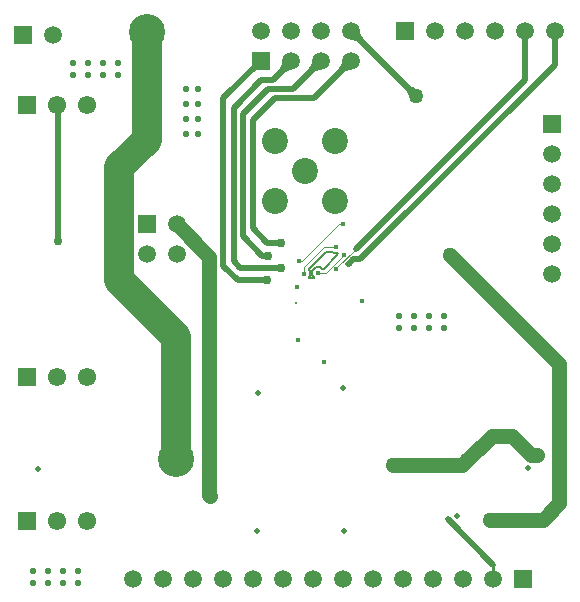
<source format=gbl>
%FSDAX24Y24*%
%MOIN*%
%SFA1B1*%

%IPPOS*%
%ADD13C,0.010000*%
%ADD17C,0.005000*%
%ADD50C,0.030000*%
%ADD56C,0.020000*%
%ADD57C,0.003000*%
%ADD58C,0.050000*%
%ADD59C,0.100000*%
%ADD60R,0.059100X0.059100*%
%ADD61C,0.059100*%
%ADD62C,0.086600*%
%ADD63R,0.059100X0.059100*%
%ADD64C,0.061000*%
%ADD65R,0.061000X0.061000*%
%ADD66C,0.020000*%
%ADD67C,0.050000*%
%ADD68C,0.015000*%
%ADD69C,0.022000*%
%ADD70C,0.009000*%
%ADD71C,0.120000*%
%LNee194_yesdig_pcb-1*%
%LPD*%
G54D17*
X038696Y037783D02*
X038723Y037783D01*
X038694Y037780*
X038663Y037776*
X038635Y037768*
X038608Y037759*
X038583Y037748*
X038556Y037734*
X038533Y037718*
X038511Y037700*
X038507Y037697*
X038399Y037804*
X038403Y037807*
X038420Y037831*
X038436Y037854*
X038450Y037879*
X038462Y037906*
X038470Y037933*
X038478Y037961*
X038483Y037990*
X038487Y038021*
Y037991*
X038696Y037783*
X038490Y037730D02*
X038550D01*
X038440Y037780D02*
X038700D01*
X038430Y037830D02*
X038640D01*
X038460Y037880D02*
X038590D01*
X038480Y037930D02*
X038540D01*
X038490Y037980D02*
D01*
X037696Y037783D02*
X037723Y037783D01*
X037694Y037780*
X037663Y037776*
X037635Y037768*
X037608Y037759*
X037583Y037748*
X037556Y037734*
X037533Y037718*
X037511Y037700*
X037507Y037697*
X037399Y037804*
X037403Y037807*
X037421Y037831*
X037436Y037855*
X037450Y037879*
X037462Y037906*
X037470Y037933*
X037478Y037961*
X037483Y037990*
X037487Y038021*
Y037991*
X037696Y037783*
X037490Y037730D02*
X037550D01*
X037440Y037780D02*
X037700D01*
X037430Y037830D02*
X037640D01*
X037460Y037880D02*
X037590D01*
X037480Y037930D02*
X037540D01*
X037490Y037980D02*
D01*
X036718Y037779D02*
X036746Y037782D01*
X036715Y037777*
X036687Y037770*
X036659Y037761*
X036631Y037750*
X036606Y037738*
X036581Y037724*
X036558Y037708*
X036535Y037689*
X036530Y037685*
X036413Y037783*
X036414Y037784*
X036433Y037808*
X036448Y037832*
X036461Y037857*
X036472Y037883*
X036480Y037910*
X036486Y037938*
X036490Y037968*
Y037998*
X036490Y037971*
X036718Y037779*
X036520Y037710D02*
X036550D01*
X036450Y037760D02*
X036650D01*
X036440Y037810D02*
X036680D01*
X036470Y037860D02*
X036620D01*
X036490Y037910D02*
X036560D01*
X036500Y037960D02*
D01*
X037370Y030840D02*
X037510D01*
X037410Y030890D02*
X037480D01*
X037410Y030940D02*
X037460D01*
X037410Y030990D02*
X037460D01*
X037400Y031040D02*
X037460D01*
X037360Y031090D02*
X037490D01*
X037390Y031140D02*
X037530D01*
X037800D02*
X037870D01*
X037440Y031190D02*
X037920D01*
X037490Y031240D02*
X037970D01*
X037540Y031290D02*
X038020D01*
X037590Y031340D02*
X038070D01*
X037640Y031390D02*
X038120D01*
X037690Y031440D02*
X038170D01*
X037740Y031490D02*
X038220D01*
X037790Y031540D02*
X038270D01*
X037840Y031590D02*
X038310D01*
X037890Y031640D02*
X038210D01*
X038990Y038720D02*
X039030D01*
X038890Y038770D02*
X039080D01*
X038870Y038820D02*
X039090D01*
X038920Y038870D02*
X039060D01*
X038970Y038920D02*
X039040D01*
X039020Y038970D02*
X039030D01*
X040650Y037060D02*
Y037100D01*
X040700Y036940D02*
Y037150D01*
X040750Y037010D02*
Y037170D01*
X040800Y037070D02*
Y037140D01*
X040850Y037120D02*
Y037110D01*
%LNee194_yesdig_pcb-2*%
%LPC*%
G36*
X028863Y039290D02*
Y038948D01*
X029205*
X029198Y039001*
X029158Y039097*
X029095Y039180*
X029012Y039243*
X028916Y039283*
X028863Y039290*
G37*
G36*
X028763D02*
X028709Y039283D01*
X028613Y039243*
X028531Y039180*
X028467Y039097*
X028428Y039001*
X028421Y038948*
X028763*
Y039290*
G37*
G36*
X040948Y039450D02*
X040157D01*
Y038660*
X040948*
Y039450*
G37*
G36*
X043553Y039454D02*
X043450Y039440D01*
X043353Y039400*
X043271Y039337*
X043207Y039254*
X043168Y039158*
X043154Y039055*
X043168Y038952*
X043207Y038856*
X043271Y038773*
X043353Y038710*
X043450Y038670*
X043553Y038656*
X043656Y038670*
X043752Y038710*
X043835Y038773*
X043898Y038856*
X043938Y038952*
X043951Y039055*
X043938Y039158*
X043898Y039254*
X043835Y039337*
X043752Y039400*
X043656Y039440*
X043553Y039454*
G37*
G36*
X042553D02*
X042450Y039440D01*
X042353Y039400*
X042271Y039337*
X042207Y039254*
X042168Y039158*
X042154Y039055*
X042168Y038952*
X042207Y038856*
X042271Y038773*
X042353Y038710*
X042450Y038670*
X042553Y038656*
X042656Y038670*
X042752Y038710*
X042835Y038773*
X042898Y038856*
X042938Y038952*
X042951Y039055*
X042938Y039158*
X042898Y039254*
X042835Y039337*
X042752Y039400*
X042656Y039440*
X042553Y039454*
G37*
G36*
X041553D02*
X041450Y039440D01*
X041353Y039400*
X041271Y039337*
X041207Y039254*
X041168Y039158*
X041154Y039055*
X041168Y038952*
X041207Y038856*
X041271Y038773*
X041353Y038710*
X041450Y038670*
X041553Y038656*
X041656Y038670*
X041752Y038710*
X041835Y038773*
X041898Y038856*
X041938Y038952*
X041951Y039055*
X041938Y039158*
X041898Y039254*
X041835Y039337*
X041752Y039400*
X041656Y039440*
X041553Y039454*
G37*
G36*
X037757D02*
X037654Y039440D01*
X037558Y039400*
X037476Y039337*
X037412Y039254*
X037372Y039158*
X037359Y039055*
X037372Y038952*
X037412Y038856*
X037476Y038773*
X037558Y038710*
X037654Y038670*
X037757Y038656*
X037861Y038670*
X037957Y038710*
X038039Y038773*
X038103Y038856*
X038143Y038952*
X038156Y039055*
X038143Y039158*
X038103Y039254*
X038039Y039337*
X037957Y039400*
X037861Y039440*
X037757Y039454*
G37*
G36*
X036757D02*
X036654Y039440D01*
X036558Y039400*
X036476Y039337*
X036412Y039254*
X036372Y039158*
X036359Y039055*
X036372Y038952*
X036412Y038856*
X036476Y038773*
X036558Y038710*
X036654Y038670*
X036757Y038656*
X036861Y038670*
X036957Y038710*
X037039Y038773*
X037103Y038856*
X037143Y038952*
X037156Y039055*
X037143Y039158*
X037103Y039254*
X037039Y039337*
X036957Y039400*
X036861Y039440*
X036757Y039454*
G37*
G36*
X035757D02*
X035654Y039440D01*
X035558Y039400*
X035476Y039337*
X035412Y039254*
X035372Y039158*
X035359Y039055*
X035372Y038952*
X035412Y038856*
X035476Y038773*
X035558Y038710*
X035654Y038670*
X035757Y038656*
X035861Y038670*
X035957Y038710*
X036039Y038773*
X036103Y038856*
X036143Y038952*
X036156Y039055*
X036143Y039158*
X036103Y039254*
X036039Y039337*
X035957Y039400*
X035861Y039440*
X035757Y039454*
G37*
G36*
X029205Y038848D02*
X028863D01*
Y038506*
X028916Y038513*
X029012Y038552*
X029095Y038616*
X029158Y038698*
X029198Y038794*
X029205Y038848*
G37*
G36*
X028763D02*
X028421D01*
X028428Y038794*
X028467Y038698*
X028531Y038616*
X028613Y038552*
X028709Y038513*
X028763Y038506*
Y038848*
G37*
G36*
X028208Y039293D02*
X027417D01*
Y038502*
X028208*
Y039293*
G37*
G36*
X031034Y038188D02*
Y038034D01*
X031188*
X031182Y038066*
X031135Y038135*
X031066Y038182*
X031034Y038188*
G37*
G36*
X030934D02*
X030902Y038182D01*
X030833Y038135*
X030786Y038066*
X030780Y038034*
X030934*
Y038188*
G37*
G36*
X030534D02*
Y038034D01*
X030688*
X030682Y038066*
X030635Y038135*
X030566Y038182*
X030534Y038188*
G37*
G36*
X030434D02*
X030402Y038182D01*
X030333Y038135*
X030286Y038066*
X030280Y038034*
X030434*
Y038188*
G37*
G36*
X030034D02*
Y038034D01*
X030188*
X030182Y038066*
X030135Y038135*
X030066Y038182*
X030034Y038188*
G37*
G36*
X029934D02*
X029902Y038182D01*
X029833Y038135*
X029786Y038066*
X029780Y038034*
X029934*
Y038188*
G37*
G36*
X029534D02*
Y038034D01*
X029688*
X029682Y038066*
X029635Y038135*
X029566Y038182*
X029534Y038188*
G37*
G36*
X029434D02*
X029402Y038182D01*
X029333Y038135*
X029286Y038066*
X029280Y038034*
X029434*
Y038188*
G37*
G36*
X031188Y037934D02*
X030780D01*
X030786Y037902*
X030833Y037833*
X030861Y037814*
Y037753*
X030842Y037740*
X030795Y037671*
X030789Y037639*
X031197*
X031191Y037671*
X031144Y037740*
X031116Y037759*
Y037820*
X031135Y037833*
X031182Y037902*
X031188Y037934*
G37*
G36*
X030688D02*
X030280D01*
X030286Y037902*
X030333Y037833*
X030361Y037814*
Y037753*
X030342Y037740*
X030295Y037671*
X030289Y037639*
X030697*
X030691Y037671*
X030644Y037740*
X030616Y037759*
Y037820*
X030635Y037833*
X030682Y037902*
X030688Y037934*
G37*
G36*
X030188D02*
X029780D01*
X029786Y037902*
X029833Y037833*
X029861Y037814*
Y037753*
X029842Y037740*
X029795Y037671*
X029789Y037639*
X030197*
X030191Y037671*
X030144Y037740*
X030116Y037759*
Y037820*
X030135Y037833*
X030182Y037902*
X030188Y037934*
G37*
G36*
X029688D02*
X029280D01*
X029286Y037902*
X029333Y037833*
X029361Y037814*
Y037753*
X029342Y037740*
X029295Y037671*
X029289Y037639*
X029697*
X029691Y037671*
X029644Y037740*
X029616Y037759*
Y037820*
X029635Y037833*
X029682Y037902*
X029688Y037934*
G37*
G36*
X045553Y039454D02*
X045450Y039440D01*
X045353Y039400*
X045271Y039337*
X045207Y039254*
X045168Y039158*
X045154Y039055*
X045168Y038952*
X045207Y038856*
X045271Y038773*
X045279Y038767*
X045290Y038755*
X045303Y038739*
X045315Y038723*
X045325Y038707*
X045333Y038690*
X045339Y038673*
X045344Y038656*
X045348Y038638*
X045349Y038629*
Y038011*
X044803Y037465*
X044757Y037484*
Y038629*
X044758Y038638*
X044761Y038656*
X044766Y038673*
X044773Y038690*
X044781Y038707*
X044791Y038723*
X044802Y038739*
X044815Y038755*
X044827Y038767*
X044835Y038773*
X044898Y038856*
X044938Y038952*
X044951Y039055*
X044938Y039158*
X044898Y039254*
X044835Y039337*
X044752Y039400*
X044656Y039440*
X044553Y039454*
X044450Y039440*
X044353Y039400*
X044271Y039337*
X044207Y039254*
X044168Y039158*
X044154Y039055*
X044168Y038952*
X044207Y038856*
X044271Y038773*
X044279Y038767*
X044290Y038755*
X044303Y038739*
X044315Y038723*
X044325Y038707*
X044333Y038690*
X044339Y038673*
X044344Y038656*
X044348Y038638*
X044349Y038629*
Y037496*
X038781Y031928*
X038763Y031916*
X038719Y031850*
X038703Y031772*
X038710Y031735*
X038671Y031696*
X038634Y031699*
X038576Y031738*
X038508Y031751*
X038469Y031744*
X038461Y031749*
X038430Y031787*
X038440Y031837*
X038427Y031905*
X038388Y031963*
X038330Y032002*
X038262Y032015*
X038194Y032002*
X038136Y031963*
X038132Y031958*
X038128Y031954*
X037933*
X037914Y032000*
X038383Y032469*
X038408Y032453*
X038476Y032440*
X038544Y032453*
X038602Y032492*
X038641Y032550*
X038654Y032618*
X038641Y032686*
X038602Y032744*
X038544Y032783*
X038476Y032796*
X038408Y032783*
X038350Y032744*
X038340Y032730*
X038321Y032726*
X038283Y032701*
X037113Y031531*
X037084Y031550*
X037016Y031563*
X036948Y031550*
X036890Y031511*
X036851Y031453*
X036838Y031385*
X036851Y031317*
X036890Y031259*
X036948Y031220*
X037016Y031207*
X037039Y031211*
X037082Y031169*
Y031096*
X037079Y031092*
X037073Y031088*
X037034Y031030*
X037021Y030962*
X037034Y030894*
X037073Y030836*
X037131Y030797*
X037199Y030784*
X037267Y030797*
X037277Y030804*
X037325Y030776*
Y030761*
X037324Y028920*
Y028891*
X037339Y028876*
X037368*
X038628*
Y030795*
X038625Y030798*
X037820*
X037797Y030848*
X037814Y030868*
X037920*
X037965Y030877*
X038003Y030902*
X038093Y030992*
X038143Y030987*
X038145Y030984*
X038203Y030945*
X038271Y030932*
X038339Y030945*
X038397Y030984*
X038436Y031042*
X038449Y031110*
X038465Y031124*
X038517Y031133*
X038583Y031089*
X038661Y031073*
X038679*
X038757Y031089*
X038823Y031133*
X038916Y031226*
X039056*
X039134Y031242*
X039200Y031286*
X045697Y037783*
X045741Y037849*
X045757Y037927*
Y038629*
X045758Y038638*
X045761Y038656*
X045766Y038673*
X045773Y038690*
X045781Y038707*
X045791Y038723*
X045802Y038739*
X045815Y038755*
X045827Y038767*
X045835Y038773*
X045898Y038856*
X045938Y038952*
X045951Y039055*
X045938Y039158*
X045898Y039254*
X045835Y039337*
X045752Y039400*
X045656Y039440*
X045553Y039454*
G37*
G36*
X031197Y037539D02*
X031043D01*
Y037385*
X031075Y037391*
X031144Y037438*
X031191Y037507*
X031197Y037539*
G37*
G36*
X030943D02*
X030789D01*
X030795Y037507*
X030842Y037438*
X030911Y037391*
X030943Y037385*
Y037539*
G37*
G36*
X030697D02*
X030543D01*
Y037385*
X030575Y037391*
X030644Y037438*
X030691Y037507*
X030697Y037539*
G37*
G36*
X030443D02*
X030289D01*
X030295Y037507*
X030342Y037438*
X030411Y037391*
X030443Y037385*
Y037539*
G37*
G36*
X030197D02*
X030043D01*
Y037385*
X030075Y037391*
X030144Y037438*
X030191Y037507*
X030197Y037539*
G37*
G36*
X029943D02*
X029789D01*
X029795Y037507*
X029842Y037438*
X029911Y037391*
X029943Y037385*
Y037539*
G37*
G36*
X029697D02*
X029543D01*
Y037385*
X029575Y037391*
X029644Y037438*
X029691Y037507*
X029697Y037539*
G37*
G36*
X029443D02*
X029289D01*
X029295Y037507*
X029342Y037438*
X029411Y037391*
X029443Y037385*
Y037539*
G37*
G36*
X033609Y037333D02*
X033577Y037327D01*
X033508Y037280*
X033489Y037252*
X033428*
X033415Y037271*
X033346Y037318*
X033314Y037324*
Y037120*
Y036916*
X033346Y036922*
X033415Y036969*
X033434Y036997*
X033495*
X033508Y036978*
X033577Y036931*
X033609Y036925*
Y037129*
Y037333*
G37*
G36*
X033709D02*
Y037179D01*
X033863*
X033857Y037211*
X033810Y037280*
X033741Y037327*
X033709Y037333*
G37*
G36*
X033214Y037324D02*
X033182Y037318D01*
X033113Y037271*
X033066Y037202*
X033060Y037170*
X033214*
Y037324*
G37*
G36*
X033863Y037079D02*
X033709D01*
Y036925*
X033741Y036931*
X033810Y036978*
X033857Y037047*
X033863Y037079*
G37*
G36*
X033214Y037070D02*
X033060D01*
X033066Y037038*
X033113Y036969*
X033182Y036922*
X033214Y036916*
Y037070*
G37*
G36*
X033609Y036833D02*
X033577Y036827D01*
X033508Y036780*
X033489Y036752*
X033428*
X033415Y036771*
X033346Y036818*
X033314Y036824*
Y036620*
Y036416*
X033346Y036422*
X033415Y036469*
X033434Y036497*
X033495*
X033508Y036478*
X033577Y036431*
X033609Y036425*
Y036629*
Y036833*
G37*
G36*
X033709D02*
Y036679D01*
X033863*
X033857Y036711*
X033810Y036780*
X033741Y036827*
X033709Y036833*
G37*
G36*
X033214Y036824D02*
X033182Y036818D01*
X033113Y036771*
X033066Y036702*
X033060Y036670*
X033214*
Y036824*
G37*
G36*
X029996Y036973D02*
Y036621D01*
X030348*
X030341Y036677*
X030300Y036775*
X030235Y036860*
X030151Y036925*
X030052Y036966*
X029996Y036973*
G37*
G36*
X029896D02*
X029841Y036966D01*
X029742Y036925*
X029658Y036860*
X029593Y036775*
X029552Y036677*
X029544Y036621*
X029896*
Y036973*
G37*
G36*
X038757Y039454D02*
X038654Y039440D01*
X038558Y039400*
X038476Y039337*
X038412Y039254*
X038372Y039158*
X038359Y039055*
X038372Y038952*
X038412Y038856*
X038476Y038773*
X038558Y038710*
X038654Y038670*
X038757Y038656*
X038767Y038658*
X038784Y038657*
X038805Y038655*
X038824Y038652*
X038843Y038647*
X038860Y038641*
X038876Y038634*
X038892Y038625*
X038907Y038615*
X038915Y038610*
X040542Y036983*
X040543Y036981*
X040553Y036968*
X040561Y036955*
X040567Y036943*
X040572Y036931*
X040576Y036919*
X040579Y036907*
X040581Y036895*
Y036894*
X040582Y036889*
Y036878*
X040584Y036874*
X040593Y036803*
X040628Y036717*
X040684Y036644*
X040757Y036588*
X040843Y036553*
X040934Y036541*
X041025Y036553*
X041111Y036588*
X041184Y036644*
X041240Y036717*
X041275Y036803*
X041287Y036894*
X041275Y036985*
X041240Y037071*
X041184Y037144*
X041111Y037200*
X041025Y037235*
X040934Y037247*
X040921Y037245*
X040920Y037246*
X040904Y037245*
X040893Y037246*
X040882Y037248*
X040871Y037251*
X040860Y037256*
X040849Y037261*
X040837Y037268*
X040824Y037277*
X040822Y037279*
X039203Y038898*
X039197Y038905*
X039187Y038921*
X039179Y038936*
X039171Y038953*
X039165Y038970*
X039161Y038988*
X039157Y039008*
X039155Y039029*
Y039045*
X039156Y039055*
X039143Y039158*
X039103Y039254*
X039039Y039337*
X038957Y039400*
X038861Y039440*
X038757Y039454*
G37*
G36*
X033863Y036579D02*
X033709D01*
Y036425*
X033741Y036431*
X033810Y036478*
X033857Y036547*
X033863Y036579*
G37*
G36*
X033214Y036570D02*
X033060D01*
X033066Y036538*
X033113Y036469*
X033182Y036422*
X033214Y036416*
Y036570*
G37*
G36*
X033609Y036333D02*
X033577Y036327D01*
X033508Y036280*
X033489Y036252*
X033428*
X033415Y036271*
X033346Y036318*
X033314Y036324*
Y036120*
Y035916*
X033346Y035922*
X033415Y035969*
X033434Y035997*
X033495*
X033508Y035978*
X033577Y035931*
X033609Y035925*
Y036129*
Y036333*
G37*
G36*
X033709D02*
Y036179D01*
X033863*
X033857Y036211*
X033810Y036280*
X033741Y036327*
X033709Y036333*
G37*
G36*
X033214Y036324D02*
X033182Y036318D01*
X033113Y036271*
X033066Y036202*
X033060Y036170*
X033214*
Y036324*
G37*
G36*
X030348Y036521D02*
X029996D01*
Y036169*
X030052Y036176*
X030151Y036217*
X030235Y036282*
X030300Y036367*
X030341Y036465*
X030348Y036521*
G37*
G36*
X029896D02*
X029544D01*
X029552Y036465*
X029593Y036367*
X029658Y036282*
X029742Y036217*
X029841Y036176*
X029896Y036169*
Y036521*
G37*
G36*
X028352Y036976D02*
X027541D01*
Y036166*
X028352*
Y036976*
G37*
G36*
X033863Y036079D02*
X033709D01*
Y035925*
X033741Y035931*
X033810Y035978*
X033857Y036047*
X033863Y036079*
G37*
G36*
X033214Y036070D02*
X033060D01*
X033066Y036038*
X033113Y035969*
X033182Y035922*
X033214Y035916*
Y036070*
G37*
G36*
X033609Y035833D02*
X033577Y035827D01*
X033508Y035780*
X033489Y035752*
X033428*
X033415Y035771*
X033346Y035818*
X033314Y035824*
Y035620*
Y035416*
X033346Y035422*
X033415Y035469*
X033434Y035497*
X033495*
X033508Y035478*
X033577Y035431*
X033609Y035425*
Y035629*
Y035833*
G37*
G36*
X033709D02*
Y035679D01*
X033863*
X033857Y035711*
X033810Y035780*
X033741Y035827*
X033709Y035833*
G37*
G36*
X033214Y035824D02*
X033182Y035818D01*
X033113Y035771*
X033066Y035702*
X033060Y035670*
X033214*
Y035824*
G37*
G36*
X045852Y036348D02*
X045062D01*
Y035557*
X045852*
Y036348*
G37*
G36*
X033863Y035579D02*
X033709D01*
Y035425*
X033741Y035431*
X033810Y035478*
X033857Y035547*
X033863Y035579*
G37*
G36*
X038257Y035897D02*
Y035416D01*
X038738*
X038726Y035505*
X038673Y035635*
X038587Y035746*
X038476Y035832*
X038346Y035885*
X038257Y035897*
G37*
G36*
X036257D02*
Y035416D01*
X036738*
X036726Y035505*
X036673Y035635*
X036587Y035746*
X036476Y035832*
X036346Y035885*
X036257Y035897*
G37*
G36*
X038157D02*
X038068Y035885D01*
X037938Y035832*
X037827Y035746*
X037741Y035635*
X037688Y035505*
X037676Y035416*
X038157*
Y035897*
G37*
G36*
X033214Y035570D02*
X033060D01*
X033066Y035538*
X033113Y035469*
X033182Y035422*
X033214Y035416*
Y035570*
G37*
G36*
X038738Y035316D02*
X038257D01*
Y034835*
X038346Y034847*
X038476Y034900*
X038587Y034986*
X038673Y035097*
X038726Y035227*
X038738Y035316*
G37*
G36*
X036738D02*
X036257D01*
Y034835*
X036346Y034847*
X036476Y034900*
X036587Y034986*
X036673Y035097*
X036726Y035227*
X036738Y035316*
G37*
G36*
X038157D02*
X037676D01*
X037688Y035227*
X037741Y035097*
X037827Y034986*
X037938Y034900*
X038068Y034847*
X038157Y034835*
Y035316*
G37*
G36*
X045457Y035351D02*
X045354Y035338D01*
X045258Y035298*
X045175Y035235*
X045112Y035152*
X045072Y035056*
X045058Y034953*
X045072Y034850*
X045112Y034753*
X045175Y034671*
X045258Y034607*
X045354Y034568*
X045457Y034554*
X045560Y034568*
X045656Y034607*
X045739Y034671*
X045802Y034753*
X045842Y034850*
X045856Y034953*
X045842Y035056*
X045802Y035152*
X045739Y035235*
X045656Y035298*
X045560Y035338*
X045457Y035351*
G37*
G36*
X037207Y034904D02*
X037068Y034885D01*
X036938Y034832*
X036827Y034746*
X036741Y034635*
X036688Y034505*
X036669Y034366*
X036688Y034227*
X036741Y034097*
X036827Y033986*
X036938Y033900*
X037068Y033847*
X037207Y033828*
X037346Y033847*
X037476Y033900*
X037587Y033986*
X037673Y034097*
X037726Y034227*
X037745Y034366*
X037726Y034505*
X037673Y034635*
X037587Y034746*
X037476Y034832*
X037346Y034885*
X037207Y034904*
G37*
G36*
X045457Y034351D02*
X045354Y034338D01*
X045258Y034298*
X045175Y034235*
X045112Y034152*
X045072Y034056*
X045058Y033953*
X045072Y033850*
X045112Y033753*
X045175Y033671*
X045258Y033607*
X045354Y033568*
X045457Y033554*
X045560Y033568*
X045656Y033607*
X045739Y033671*
X045802Y033753*
X045842Y033850*
X045856Y033953*
X045842Y034056*
X045802Y034152*
X045739Y034235*
X045656Y034298*
X045560Y034338*
X045457Y034351*
G37*
G36*
X036257Y033897D02*
Y033416D01*
X036738*
X036726Y033505*
X036673Y033635*
X036587Y033746*
X036476Y033832*
X036346Y033885*
X036257Y033897*
G37*
G36*
X038257D02*
Y033416D01*
X038738*
X038726Y033505*
X038673Y033635*
X038587Y033746*
X038476Y033832*
X038346Y033885*
X038257Y033897*
G37*
G36*
X038157D02*
X038068Y033885D01*
X037938Y033832*
X037827Y033746*
X037741Y033635*
X037688Y033505*
X037676Y033416*
X038157*
Y033897*
G37*
G36*
X038738Y033316D02*
X038257D01*
Y032835*
X038346Y032847*
X038476Y032900*
X038587Y032986*
X038673Y033097*
X038726Y033227*
X038738Y033316*
G37*
G36*
X036738D02*
X036257D01*
Y032835*
X036346Y032847*
X036476Y032900*
X036587Y032986*
X036673Y033097*
X036726Y033227*
X036738Y033316*
G37*
G36*
X038157D02*
X037676D01*
X037688Y033227*
X037741Y033097*
X037827Y032986*
X037938Y032900*
X038068Y032847*
X038157Y032835*
Y033316*
G37*
G36*
X045457Y033351D02*
X045354Y033338D01*
X045258Y033298*
X045175Y033235*
X045112Y033152*
X045072Y033056*
X045058Y032953*
X045072Y032850*
X045112Y032753*
X045175Y032671*
X045258Y032607*
X045354Y032568*
X045457Y032554*
X045560Y032568*
X045656Y032607*
X045739Y032671*
X045802Y032753*
X045842Y032850*
X045856Y032953*
X045842Y033056*
X045802Y033152*
X045739Y033235*
X045656Y033298*
X045560Y033338*
X045457Y033351*
G37*
G36*
X028946Y036980D02*
X028841Y036966D01*
X028742Y036925*
X028658Y036860*
X028593Y036775*
X028552Y036677*
X028538Y036571*
X028552Y036465*
X028593Y036367*
X028658Y036282*
X028682Y036263*
X028686Y036258*
X028706Y036241*
X028721Y036225*
X028733Y036210*
X028744Y036195*
X028752Y036179*
X028759Y036163*
X028765Y036147*
X028769Y036130*
X028770Y036119*
Y032196*
X028739Y032149*
X028719Y032051*
X028739Y031953*
X028794Y031871*
X028876Y031816*
X028974Y031796*
X029072Y031816*
X029154Y031871*
X029209Y031953*
X029229Y032051*
X029209Y032149*
X029179Y032194*
X029178Y032218*
Y036141*
X029179Y036150*
X029183Y036170*
X029188Y036189*
X029195Y036208*
X029204Y036228*
X029214Y036247*
X029226Y036267*
X029240Y036287*
X029258Y036309*
X029262Y036317*
X029300Y036367*
X029341Y036465*
X029355Y036571*
X029341Y036677*
X029300Y036775*
X029235Y036860*
X029151Y036925*
X029052Y036966*
X028946Y036980*
G37*
G36*
X045457Y032351D02*
X045354Y032338D01*
X045258Y032298*
X045175Y032235*
X045112Y032152*
X045072Y032056*
X045058Y031953*
X045072Y031850*
X045112Y031753*
X045175Y031671*
X045258Y031607*
X045354Y031568*
X045457Y031554*
X045560Y031568*
X045656Y031607*
X045739Y031671*
X045802Y031753*
X045842Y031850*
X045856Y031953*
X045842Y032056*
X045802Y032152*
X045739Y032235*
X045656Y032298*
X045560Y032338*
X045457Y032351*
G37*
G36*
X036998Y030696D02*
Y030578D01*
X037116*
X037113Y030596*
X037074Y030654*
X037016Y030693*
X036998Y030696*
G37*
G36*
X036898D02*
X036880Y030693D01*
X036822Y030654*
X036783Y030596*
X036780Y030578*
X036898*
Y030696*
G37*
G36*
X045457Y031351D02*
X045354Y031338D01*
X045258Y031298*
X045175Y031235*
X045112Y031152*
X045072Y031056*
X045058Y030953*
X045072Y030850*
X045112Y030753*
X045175Y030671*
X045258Y030607*
X045354Y030568*
X045457Y030554*
X045560Y030568*
X045656Y030607*
X045739Y030671*
X045802Y030753*
X045842Y030850*
X045856Y030953*
X045842Y031056*
X045802Y031152*
X045739Y031235*
X045656Y031298*
X045560Y031338*
X045457Y031351*
G37*
G36*
X037116Y030478D02*
X036998D01*
Y030360*
X037016Y030363*
X037074Y030402*
X037113Y030460*
X037116Y030478*
G37*
G36*
X036898D02*
X036780D01*
X036783Y030460*
X036822Y030402*
X036880Y030363*
X036898Y030360*
Y030478*
G37*
G36*
X039175Y030227D02*
Y030109D01*
X039293*
X039290Y030127*
X039251Y030185*
X039193Y030224*
X039175Y030227*
G37*
G36*
X039075D02*
X039057Y030224D01*
X038999Y030185*
X038960Y030127*
X038957Y030109*
X039075*
Y030227*
G37*
G36*
X036980Y030109D02*
Y030021D01*
X037068*
X037067Y030028*
X037035Y030076*
X036987Y030108*
X036980Y030109*
G37*
G36*
X036880D02*
X036873Y030108D01*
X036825Y030076*
X036793Y030028*
X036792Y030021*
X036880*
Y030109*
G37*
G36*
X039293Y030009D02*
X039175D01*
Y029891*
X039193Y029894*
X039251Y029933*
X039290Y029991*
X039293Y030009*
G37*
G36*
X039075D02*
X038957D01*
X038960Y029991*
X038999Y029933*
X039057Y029894*
X039075Y029891*
Y030009*
G37*
G36*
X037068Y029921D02*
X036980D01*
Y029833*
X036987Y029834*
X037035Y029866*
X037067Y029914*
X037068Y029921*
G37*
G36*
X036880D02*
X036792D01*
X036793Y029914*
X036825Y029866*
X036873Y029834*
X036880Y029833*
Y029921*
G37*
G36*
X041911Y029738D02*
Y029584D01*
X042065*
X042059Y029616*
X042012Y029685*
X041943Y029732*
X041911Y029738*
G37*
G36*
X041811D02*
X041779Y029732D01*
X041710Y029685*
X041663Y029616*
X041657Y029584*
X041811*
Y029738*
G37*
G36*
X041411D02*
Y029584D01*
X041565*
X041559Y029616*
X041512Y029685*
X041443Y029732*
X041411Y029738*
G37*
G36*
X041311D02*
X041279Y029732D01*
X041210Y029685*
X041163Y029616*
X041157Y029584*
X041311*
Y029738*
G37*
G36*
X040911D02*
Y029584D01*
X041065*
X041059Y029616*
X041012Y029685*
X040943Y029732*
X040911Y029738*
G37*
G36*
X040811D02*
X040779Y029732D01*
X040710Y029685*
X040663Y029616*
X040657Y029584*
X040811*
Y029738*
G37*
G36*
X040411D02*
Y029584D01*
X040565*
X040559Y029616*
X040512Y029685*
X040443Y029732*
X040411Y029738*
G37*
G36*
X040311D02*
X040279Y029732D01*
X040210Y029685*
X040163Y029616*
X040157Y029584*
X040311*
Y029738*
G37*
G36*
X042065Y029484D02*
X041657D01*
X041663Y029452*
X041710Y029383*
X041738Y029364*
Y029303*
X041719Y029290*
X041672Y029221*
X041666Y029189*
X042074*
X042068Y029221*
X042021Y029290*
X041993Y029309*
Y029370*
X042012Y029383*
X042059Y029452*
X042065Y029484*
G37*
G36*
X041565D02*
X041157D01*
X041163Y029452*
X041210Y029383*
X041238Y029364*
Y029303*
X041219Y029290*
X041172Y029221*
X041166Y029189*
X041574*
X041568Y029221*
X041521Y029290*
X041493Y029309*
Y029370*
X041512Y029383*
X041559Y029452*
X041565Y029484*
G37*
G36*
X041065D02*
X040657D01*
X040663Y029452*
X040710Y029383*
X040738Y029364*
Y029303*
X040719Y029290*
X040672Y029221*
X040666Y029189*
X041074*
X041068Y029221*
X041021Y029290*
X040993Y029309*
Y029370*
X041012Y029383*
X041059Y029452*
X041065Y029484*
G37*
G36*
X040565D02*
X040157D01*
X040163Y029452*
X040210Y029383*
X040238Y029364*
Y029303*
X040219Y029290*
X040172Y029221*
X040166Y029189*
X040574*
X040568Y029221*
X040521Y029290*
X040493Y029309*
Y029370*
X040512Y029383*
X040559Y029452*
X040565Y029484*
G37*
G36*
X042074Y029089D02*
X041920D01*
Y028935*
X041952Y028941*
X042021Y028988*
X042068Y029057*
X042074Y029089*
G37*
G36*
X041820D02*
X041666D01*
X041672Y029057*
X041719Y028988*
X041788Y028941*
X041820Y028935*
Y029089*
G37*
G36*
X041574D02*
X041420D01*
Y028935*
X041452Y028941*
X041521Y028988*
X041568Y029057*
X041574Y029089*
G37*
G36*
X041320D02*
X041166D01*
X041172Y029057*
X041219Y028988*
X041288Y028941*
X041320Y028935*
Y029089*
G37*
G36*
X041074D02*
X040920D01*
Y028935*
X040952Y028941*
X041021Y028988*
X041068Y029057*
X041074Y029089*
G37*
G36*
X040820D02*
X040666D01*
X040672Y029057*
X040719Y028988*
X040788Y028941*
X040820Y028935*
Y029089*
G37*
G36*
X040574D02*
X040420D01*
Y028935*
X040452Y028941*
X040521Y028988*
X040568Y029057*
X040574Y029089*
G37*
G36*
X040320D02*
X040166D01*
X040172Y029057*
X040219Y028988*
X040288Y028941*
X040320Y028935*
Y029089*
G37*
G36*
X037042Y028899D02*
Y028781D01*
X037160*
X037157Y028799*
X037118Y028857*
X037060Y028896*
X037042Y028899*
G37*
G36*
X036942D02*
X036924Y028896D01*
X036866Y028857*
X036827Y028799*
X036824Y028781*
X036942*
Y028899*
G37*
G36*
X037160Y028681D02*
X037042D01*
Y028563*
X037060Y028566*
X037118Y028605*
X037157Y028663*
X037160Y028681*
G37*
G36*
X036942D02*
X036824D01*
X036827Y028663*
X036866Y028605*
X036924Y028566*
X036942Y028563*
Y028681*
G37*
G36*
X037913Y028170D02*
Y028052D01*
X038031*
X038028Y028070*
X037989Y028128*
X037931Y028167*
X037913Y028170*
G37*
G36*
X037813D02*
X037795Y028167D01*
X037737Y028128*
X037698Y028070*
X037695Y028052*
X037813*
Y028170*
G37*
G36*
X038031Y027952D02*
X037913D01*
Y027834*
X037931Y027837*
X037989Y027876*
X038028Y027934*
X038031Y027952*
G37*
G36*
X037813D02*
X037695D01*
X037698Y027934*
X037737Y027876*
X037795Y027837*
X037813Y027834*
Y027952*
G37*
G36*
X029996Y027922D02*
Y027570D01*
X030348*
X030341Y027625*
X030300Y027724*
X030235Y027809*
X030151Y027874*
X030052Y027914*
X029996Y027922*
G37*
G36*
X029896D02*
X029841Y027914D01*
X029742Y027874*
X029658Y027809*
X029593Y027724*
X029552Y027625*
X029544Y027570*
X029896*
Y027922*
G37*
G36*
X038535Y027335D02*
Y027191D01*
X038679*
X038673Y027219*
X038629Y027285*
X038563Y027329*
X038535Y027335*
G37*
G36*
X038435D02*
X038407Y027329D01*
X038341Y027285*
X038297Y027219*
X038291Y027191*
X038435*
Y027335*
G37*
G36*
X030348Y027470D02*
X029996D01*
Y027118*
X030052Y027125*
X030151Y027166*
X030235Y027231*
X030300Y027315*
X030341Y027414*
X030348Y027470*
G37*
G36*
X029896D02*
X029544D01*
X029552Y027414*
X029593Y027315*
X029658Y027231*
X029742Y027166*
X029841Y027125*
X029896Y027118*
Y027470*
G37*
G36*
X028352Y027925D02*
X027541D01*
Y027115*
X028352*
Y027925*
G37*
G36*
X028946Y027928D02*
X028841Y027914D01*
X028742Y027874*
X028658Y027809*
X028593Y027724*
X028552Y027625*
X028538Y027520*
X028552Y027414*
X028593Y027315*
X028658Y027231*
X028742Y027166*
X028841Y027125*
X028946Y027111*
X029052Y027125*
X029151Y027166*
X029235Y027231*
X029300Y027315*
X029341Y027414*
X029355Y027520*
X029341Y027625*
X029300Y027724*
X029235Y027809*
X029151Y027874*
X029052Y027914*
X028946Y027928*
G37*
G36*
X035702Y027190D02*
Y027046D01*
X035846*
X035840Y027074*
X035796Y027140*
X035730Y027184*
X035702Y027190*
G37*
G36*
X035602D02*
X035574Y027184D01*
X035508Y027140*
X035464Y027074*
X035458Y027046*
X035602*
Y027190*
G37*
G36*
X038679Y027091D02*
X038535D01*
Y026947*
X038563Y026953*
X038629Y026997*
X038673Y027063*
X038679Y027091*
G37*
G36*
X038435D02*
X038291D01*
X038297Y027063*
X038341Y026997*
X038407Y026953*
X038435Y026947*
Y027091*
G37*
G36*
X035846Y026946D02*
X035702D01*
Y026802*
X035730Y026808*
X035796Y026852*
X035840Y026918*
X035846Y026946*
G37*
G36*
X035602D02*
X035458D01*
X035464Y026918*
X035508Y026852*
X035574Y026808*
X035602Y026802*
Y026946*
G37*
G36*
X042061Y031925D02*
X041970Y031913D01*
X041884Y031878*
X041811Y031822*
X041755Y031749*
X041720Y031663*
X041708Y031572*
X041720Y031481*
X041755Y031395*
X041811Y031322*
X045346Y027788*
Y025052*
X045296Y025042*
X045273Y025099*
X045217Y025172*
X045144Y025228*
X045058Y025263*
X044967Y025275*
X044895*
X044370Y025801*
X044297Y025857*
X044211Y025892*
X044120Y025904*
X043441*
X043350Y025892*
X043264Y025857*
X043191Y025801*
X042378Y024988*
X042315Y024924*
X040160*
X040069Y024912*
X039983Y024877*
X039910Y024821*
X039854Y024748*
X039819Y024662*
X039807Y024571*
X039819Y024480*
X039854Y024394*
X039910Y024321*
X039983Y024265*
X040069Y024230*
X040160Y024218*
X042461*
X042552Y024230*
X042638Y024265*
X042711Y024321*
X042878Y024488*
X043587Y025198*
X043974*
X044496Y024676*
X044516Y024629*
X044472Y024563*
X044466Y024535*
X044870*
X044898Y024569*
X044967*
X045058Y024581*
X045144Y024616*
X045217Y024672*
X045273Y024745*
X045296Y024802*
X045346Y024792*
Y023447*
X044992Y023093*
X043399*
X043308Y023081*
X043222Y023046*
X043149Y022990*
X043093Y022917*
X043058Y022831*
X043046Y022740*
X043058Y022649*
X043093Y022563*
X043149Y022490*
X043222Y022434*
X043308Y022399*
X043399Y022387*
X045138*
X045229Y022399*
X045315Y022434*
X045388Y022490*
X045949Y023051*
X046005Y023124*
X046040Y023210*
X046052Y023301*
Y027934*
X046040Y028025*
X046005Y028111*
X045949Y028184*
X042311Y031822*
X042238Y031878*
X042152Y031913*
X042061Y031925*
G37*
G36*
X028370Y024628D02*
Y024484D01*
X028514*
X028508Y024512*
X028464Y024578*
X028398Y024622*
X028370Y024628*
G37*
G36*
X028270D02*
X028242Y024622D01*
X028176Y024578*
X028132Y024512*
X028126Y024484*
X028270*
Y024628*
G37*
G36*
X044854Y024435D02*
X044710D01*
Y024291*
X044738Y024297*
X044804Y024341*
X044848Y024407*
X044854Y024435*
G37*
G36*
X044610D02*
X044466D01*
X044472Y024407*
X044516Y024341*
X044582Y024297*
X044610Y024291*
Y024435*
G37*
G36*
X028514Y024384D02*
X028370D01*
Y024240*
X028398Y024246*
X028464Y024290*
X028508Y024356*
X028514Y024384*
G37*
G36*
X028270D02*
X028126D01*
X028132Y024356*
X028176Y024290*
X028242Y024246*
X028270Y024240*
Y024384*
G37*
G36*
X042234Y023079D02*
X042206Y023073D01*
X042140Y023029*
X042117Y022996*
X042052Y022979*
X041974Y022995*
X041896Y022979*
X041830Y022935*
X041786Y022869*
X041770Y022791*
X041786Y022713*
X041830Y022647*
X043298Y021178*
X043288Y021118*
X043224Y021069*
X043160Y020987*
X043120Y020891*
X043107Y020787*
X043120Y020684*
X043160Y020588*
X043224Y020505*
X043306Y020442*
X043402Y020402*
X043506Y020389*
X043609Y020402*
X043705Y020442*
X043787Y020505*
X043851Y020588*
X043891Y020684*
X043904Y020787*
X043891Y020891*
X043851Y020987*
X043787Y021069*
X043705Y021133*
X043691Y021177*
X043694Y021181*
X043709Y021259*
X043694Y021338*
X043650Y021404*
X042395Y022658*
X042401Y022723*
X042428Y022741*
X042472Y022807*
X042478Y022835*
X042284*
Y022885*
X042234*
Y023079*
G37*
G36*
X042334D02*
Y022935D01*
X042478*
X042472Y022963*
X042428Y023029*
X042362Y023073*
X042334Y023079*
G37*
G36*
X029996Y023102D02*
Y022750D01*
X030348*
X030341Y022806*
X030300Y022904*
X030235Y022989*
X030151Y023054*
X030052Y023095*
X029996Y023102*
G37*
G36*
X029896D02*
X029841Y023095D01*
X029742Y023054*
X029658Y022989*
X029593Y022904*
X029552Y022806*
X029544Y022750*
X029896*
Y023102*
G37*
G36*
X035670Y022583D02*
Y022439D01*
X035814*
X035808Y022467*
X035764Y022533*
X035698Y022577*
X035670Y022583*
G37*
G36*
X035570D02*
X035542Y022577D01*
X035476Y022533*
X035432Y022467*
X035426Y022439*
X035570*
Y022583*
G37*
G36*
X038584Y022575D02*
Y022431D01*
X038728*
X038722Y022459*
X038678Y022525*
X038612Y022569*
X038584Y022575*
G37*
G36*
X038484D02*
X038456Y022569D01*
X038390Y022525*
X038346Y022459*
X038340Y022431*
X038484*
Y022575*
G37*
G36*
X030348Y022650D02*
X029996D01*
Y022298*
X030052Y022305*
X030151Y022346*
X030235Y022411*
X030300Y022496*
X030341Y022594*
X030348Y022650*
G37*
G36*
X029896D02*
X029544D01*
X029552Y022594*
X029593Y022496*
X029658Y022411*
X029742Y022346*
X029841Y022305*
X029896Y022298*
Y022650*
G37*
G36*
X028352Y023105D02*
X027541D01*
Y022295*
X028352*
Y023105*
G37*
G36*
X028946Y023109D02*
X028841Y023095D01*
X028742Y023054*
X028658Y022989*
X028593Y022904*
X028552Y022806*
X028538Y022700*
X028552Y022594*
X028593Y022496*
X028658Y022411*
X028742Y022346*
X028841Y022305*
X028946Y022291*
X029052Y022305*
X029151Y022346*
X029235Y022411*
X029300Y022496*
X029341Y022594*
X029355Y022700*
X029341Y022806*
X029300Y022904*
X029235Y022989*
X029151Y023054*
X029052Y023095*
X028946Y023109*
G37*
G36*
X035814Y022339D02*
X035670D01*
Y022195*
X035698Y022201*
X035764Y022245*
X035808Y022311*
X035814Y022339*
G37*
G36*
X035570D02*
X035426D01*
X035432Y022311*
X035476Y022245*
X035542Y022201*
X035570Y022195*
Y022339*
G37*
G36*
X038728Y022331D02*
X038584D01*
Y022187*
X038612Y022193*
X038678Y022237*
X038722Y022303*
X038728Y022331*
G37*
G36*
X038484D02*
X038340D01*
X038346Y022303*
X038390Y022237*
X038456Y022193*
X038484Y022187*
Y022331*
G37*
G36*
X029692Y021242D02*
Y021088D01*
X029846*
X029840Y021120*
X029793Y021189*
X029724Y021236*
X029692Y021242*
G37*
G36*
X029592D02*
X029560Y021236D01*
X029491Y021189*
X029444Y021120*
X029438Y021088*
X029592*
Y021242*
G37*
G36*
X029192D02*
Y021088D01*
X029346*
X029340Y021120*
X029293Y021189*
X029224Y021236*
X029192Y021242*
G37*
G36*
X029092D02*
X029060Y021236D01*
X028991Y021189*
X028944Y021120*
X028938Y021088*
X029092*
Y021242*
G37*
G36*
X028692D02*
Y021088D01*
X028846*
X028840Y021120*
X028793Y021189*
X028724Y021236*
X028692Y021242*
G37*
G36*
X028592D02*
X028560Y021236D01*
X028491Y021189*
X028444Y021120*
X028438Y021088*
X028592*
Y021242*
G37*
G36*
X028192D02*
Y021088D01*
X028346*
X028340Y021120*
X028293Y021189*
X028224Y021236*
X028192Y021242*
G37*
G36*
X028092D02*
X028060Y021236D01*
X027991Y021189*
X027944Y021120*
X027938Y021088*
X028092*
Y021242*
G37*
G36*
X029846Y020988D02*
X029438D01*
X029444Y020956*
X029491Y020887*
X029519Y020868*
Y020807*
X029500Y020794*
X029453Y020725*
X029447Y020693*
X029855*
X029849Y020725*
X029802Y020794*
X029774Y020813*
Y020874*
X029793Y020887*
X029840Y020956*
X029846Y020988*
G37*
G36*
X029346D02*
X028938D01*
X028944Y020956*
X028991Y020887*
X029019Y020868*
Y020807*
X029000Y020794*
X028953Y020725*
X028947Y020693*
X029355*
X029349Y020725*
X029302Y020794*
X029274Y020813*
Y020874*
X029293Y020887*
X029340Y020956*
X029346Y020988*
G37*
G36*
X028846D02*
X028438D01*
X028444Y020956*
X028491Y020887*
X028519Y020868*
Y020807*
X028500Y020794*
X028453Y020725*
X028447Y020693*
X028855*
X028849Y020725*
X028802Y020794*
X028774Y020813*
Y020874*
X028793Y020887*
X028840Y020956*
X028846Y020988*
G37*
G36*
X028346D02*
X027938D01*
X027944Y020956*
X027991Y020887*
X028019Y020868*
Y020807*
X028000Y020794*
X027953Y020725*
X027947Y020693*
X028355*
X028349Y020725*
X028302Y020794*
X028274Y020813*
Y020874*
X028293Y020887*
X028340Y020956*
X028346Y020988*
G37*
G36*
X029855Y020593D02*
X029701D01*
Y020439*
X029733Y020445*
X029802Y020492*
X029849Y020561*
X029855Y020593*
G37*
G36*
X029601D02*
X029447D01*
X029453Y020561*
X029500Y020492*
X029569Y020445*
X029601Y020439*
Y020593*
G37*
G36*
X029355D02*
X029201D01*
Y020439*
X029233Y020445*
X029302Y020492*
X029349Y020561*
X029355Y020593*
G37*
G36*
X029101D02*
X028947D01*
X028953Y020561*
X029000Y020492*
X029069Y020445*
X029101Y020439*
Y020593*
G37*
G36*
X028855D02*
X028701D01*
Y020439*
X028733Y020445*
X028802Y020492*
X028849Y020561*
X028855Y020593*
G37*
G36*
X028601D02*
X028447D01*
X028453Y020561*
X028500Y020492*
X028569Y020445*
X028601Y020439*
Y020593*
G37*
G36*
X028355D02*
X028201D01*
Y020439*
X028233Y020445*
X028302Y020492*
X028349Y020561*
X028355Y020593*
G37*
G36*
X028101D02*
X027947D01*
X027953Y020561*
X028000Y020492*
X028069Y020445*
X028101Y020439*
Y020593*
G37*
G36*
X044901Y021183D02*
X044110D01*
Y020392*
X044901*
Y021183*
G37*
G36*
X042506Y021186D02*
X042402Y021172D01*
X042306Y021133*
X042224Y021069*
X042160Y020987*
X042120Y020891*
X042107Y020787*
X042120Y020684*
X042160Y020588*
X042224Y020505*
X042306Y020442*
X042402Y020402*
X042506Y020389*
X042609Y020402*
X042705Y020442*
X042787Y020505*
X042851Y020588*
X042891Y020684*
X042904Y020787*
X042891Y020891*
X042851Y020987*
X042787Y021069*
X042705Y021133*
X042609Y021172*
X042506Y021186*
G37*
G36*
X041506D02*
X041402Y021172D01*
X041306Y021133*
X041224Y021069*
X041160Y020987*
X041120Y020891*
X041107Y020787*
X041120Y020684*
X041160Y020588*
X041224Y020505*
X041306Y020442*
X041402Y020402*
X041506Y020389*
X041609Y020402*
X041705Y020442*
X041787Y020505*
X041851Y020588*
X041891Y020684*
X041904Y020787*
X041891Y020891*
X041851Y020987*
X041787Y021069*
X041705Y021133*
X041609Y021172*
X041506Y021186*
G37*
G36*
X040506D02*
X040402Y021172D01*
X040306Y021133*
X040224Y021069*
X040160Y020987*
X040120Y020891*
X040107Y020787*
X040120Y020684*
X040160Y020588*
X040224Y020505*
X040306Y020442*
X040402Y020402*
X040506Y020389*
X040609Y020402*
X040705Y020442*
X040787Y020505*
X040851Y020588*
X040891Y020684*
X040904Y020787*
X040891Y020891*
X040851Y020987*
X040787Y021069*
X040705Y021133*
X040609Y021172*
X040506Y021186*
G37*
G36*
X039506D02*
X039402Y021172D01*
X039306Y021133*
X039224Y021069*
X039160Y020987*
X039120Y020891*
X039107Y020787*
X039120Y020684*
X039160Y020588*
X039224Y020505*
X039306Y020442*
X039402Y020402*
X039506Y020389*
X039609Y020402*
X039705Y020442*
X039787Y020505*
X039851Y020588*
X039891Y020684*
X039904Y020787*
X039891Y020891*
X039851Y020987*
X039787Y021069*
X039705Y021133*
X039609Y021172*
X039506Y021186*
G37*
G36*
X038506D02*
X038402Y021172D01*
X038306Y021133*
X038224Y021069*
X038160Y020987*
X038120Y020891*
X038107Y020787*
X038120Y020684*
X038160Y020588*
X038224Y020505*
X038306Y020442*
X038402Y020402*
X038506Y020389*
X038609Y020402*
X038705Y020442*
X038787Y020505*
X038851Y020588*
X038891Y020684*
X038904Y020787*
X038891Y020891*
X038851Y020987*
X038787Y021069*
X038705Y021133*
X038609Y021172*
X038506Y021186*
G37*
G36*
X037506D02*
X037402Y021172D01*
X037306Y021133*
X037224Y021069*
X037160Y020987*
X037120Y020891*
X037107Y020787*
X037120Y020684*
X037160Y020588*
X037224Y020505*
X037306Y020442*
X037402Y020402*
X037506Y020389*
X037609Y020402*
X037705Y020442*
X037787Y020505*
X037851Y020588*
X037891Y020684*
X037904Y020787*
X037891Y020891*
X037851Y020987*
X037787Y021069*
X037705Y021133*
X037609Y021172*
X037506Y021186*
G37*
G36*
X036506D02*
X036402Y021172D01*
X036306Y021133*
X036224Y021069*
X036160Y020987*
X036120Y020891*
X036107Y020787*
X036120Y020684*
X036160Y020588*
X036224Y020505*
X036306Y020442*
X036402Y020402*
X036506Y020389*
X036609Y020402*
X036705Y020442*
X036787Y020505*
X036851Y020588*
X036891Y020684*
X036904Y020787*
X036891Y020891*
X036851Y020987*
X036787Y021069*
X036705Y021133*
X036609Y021172*
X036506Y021186*
G37*
G36*
X035506D02*
X035402Y021172D01*
X035306Y021133*
X035224Y021069*
X035160Y020987*
X035120Y020891*
X035107Y020787*
X035120Y020684*
X035160Y020588*
X035224Y020505*
X035306Y020442*
X035402Y020402*
X035506Y020389*
X035609Y020402*
X035705Y020442*
X035787Y020505*
X035851Y020588*
X035891Y020684*
X035904Y020787*
X035891Y020891*
X035851Y020987*
X035787Y021069*
X035705Y021133*
X035609Y021172*
X035506Y021186*
G37*
G36*
X034506D02*
X034402Y021172D01*
X034306Y021133*
X034224Y021069*
X034160Y020987*
X034120Y020891*
X034107Y020787*
X034120Y020684*
X034160Y020588*
X034224Y020505*
X034306Y020442*
X034402Y020402*
X034506Y020389*
X034609Y020402*
X034705Y020442*
X034787Y020505*
X034851Y020588*
X034891Y020684*
X034904Y020787*
X034891Y020891*
X034851Y020987*
X034787Y021069*
X034705Y021133*
X034609Y021172*
X034506Y021186*
G37*
G36*
X033506D02*
X033402Y021172D01*
X033306Y021133*
X033224Y021069*
X033160Y020987*
X033120Y020891*
X033107Y020787*
X033120Y020684*
X033160Y020588*
X033224Y020505*
X033306Y020442*
X033402Y020402*
X033506Y020389*
X033609Y020402*
X033705Y020442*
X033787Y020505*
X033851Y020588*
X033891Y020684*
X033904Y020787*
X033891Y020891*
X033851Y020987*
X033787Y021069*
X033705Y021133*
X033609Y021172*
X033506Y021186*
G37*
G36*
X032506D02*
X032402Y021172D01*
X032306Y021133*
X032224Y021069*
X032160Y020987*
X032120Y020891*
X032107Y020787*
X032120Y020684*
X032160Y020588*
X032224Y020505*
X032306Y020442*
X032402Y020402*
X032506Y020389*
X032609Y020402*
X032705Y020442*
X032787Y020505*
X032851Y020588*
X032891Y020684*
X032904Y020787*
X032891Y020891*
X032851Y020987*
X032787Y021069*
X032705Y021133*
X032609Y021172*
X032506Y021186*
G37*
G36*
X031506D02*
X031402Y021172D01*
X031306Y021133*
X031224Y021069*
X031160Y020987*
X031120Y020891*
X031107Y020787*
X031120Y020684*
X031160Y020588*
X031224Y020505*
X031306Y020442*
X031402Y020402*
X031506Y020389*
X031609Y020402*
X031705Y020442*
X031787Y020505*
X031851Y020588*
X031891Y020684*
X031904Y020787*
X031891Y020891*
X031851Y020987*
X031787Y021069*
X031705Y021133*
X031609Y021172*
X031506Y021186*
G37*
%LNee194_yesdig_pcb-3*%
%LPD*%
G54D13*
X043506Y020787D02*
Y021259D01*
G54D50*
X035970Y030737D03*
X035984Y031563D03*
X036436Y031989D03*
X036433Y031140D03*
X028974Y032051D03*
G54D56*
X038661Y031277D02*
X038679D01*
X038832Y031430*
X028974Y032051D02*
Y036543D01*
X028946Y036571D02*
X028974Y036543D01*
X035008Y030737D02*
X035970D01*
X035007Y030738D02*
X035008Y030737D01*
X035001Y030732D02*
X035007Y030738D01*
X034505Y031228D02*
X035001Y030732D01*
X035806Y031563D02*
X035984D01*
X035163Y032206D02*
X035806Y031563D01*
X045553Y037927D02*
Y039055D01*
X039056Y031430D02*
X045553Y037927D01*
X038832Y031430D02*
X039056D01*
X038913Y031772D02*
X044553Y037412D01*
X038907Y031772D02*
X038913D01*
X044553Y037412D02*
Y039055D01*
X037509Y036807D02*
X038757Y038055D01*
X036212Y036807D02*
X037509D01*
X035478Y036073D02*
X036212Y036807D01*
X035478Y032479D02*
Y036073D01*
Y032479D02*
X035968Y031989D01*
X036436*
X036818Y037116D02*
X037757Y038055D01*
X035987Y037116D02*
X036818D01*
X035987Y037110D02*
Y037116D01*
X035163Y036286D02*
X035987Y037110D01*
X035163Y032206D02*
Y036286D01*
X036757Y038019D02*
Y038055D01*
X036140Y037402D02*
X036757Y038019D01*
X035755Y037402D02*
X036140D01*
X034842Y036489D02*
X035755Y037402D01*
X034842Y031378D02*
Y036489D01*
X035071Y031149D02*
X036424D01*
X034842Y031378D02*
X035071Y031149D01*
X034505Y036803D02*
X035757Y038055D01*
X034505Y031228D02*
Y036803D01*
X036424Y031149D02*
X036433Y031140D01*
X040919Y036894D02*
X040934D01*
X038757Y039055D02*
X040919Y036894D01*
X041974Y022791D02*
X043506Y021259D01*
G54D57*
X037920Y030985D02*
X038508Y031573D01*
X037660Y030985D02*
X037920D01*
X037199Y031169D02*
X037867Y031837D01*
X037199Y030962D02*
Y031169D01*
X037016Y031385D02*
X037133D01*
X038366Y032618*
X038271Y031130D02*
X038907Y031766D01*
X038271Y031110D02*
Y031130D01*
X038907Y031766D02*
Y031772D01*
X038366Y032618D02*
X038476D01*
X037867Y031837D02*
X038262D01*
G54D58*
X043399Y022740D02*
X045138D01*
X045153Y022755*
X044120Y025551D02*
X044749Y024922D01*
X044967*
X043441Y025551D02*
X044120D01*
X042628Y024738D02*
X043441Y025551D01*
X042061Y031572D02*
X045699Y027934D01*
Y023301D02*
Y027934D01*
X045153Y022755D02*
X045699Y023301D01*
X034012Y023586D02*
X034055Y023543D01*
X034012Y023586D02*
Y026204D01*
X042461Y024571D02*
X042628Y024738D01*
X040160Y024571D02*
X042461D01*
X034012Y026204D02*
X034019Y026211D01*
Y031528*
X032949Y032598D02*
X034019Y031528D01*
G54D59*
X031945Y035416D02*
Y039017D01*
X031031Y034502D02*
X031945Y035416D01*
X031031Y030731D02*
Y034502D01*
X032911Y024784D02*
Y028851D01*
X031031Y030731D02*
X032911Y028851D01*
G54D60*
X044506Y020787D03*
X040553Y039055D03*
X035757Y038055D03*
X027813Y038898D03*
G54D61*
X043506Y020787D03*
X042506D03*
X041506D03*
X040506D03*
X039506D03*
X038506D03*
X037506D03*
X036506D03*
X035506D03*
X034506D03*
X033506D03*
X032506D03*
X031506D03*
X045553Y039055D03*
X044553D03*
X043553D03*
X042553D03*
X041553D03*
X035757D03*
X036757Y038055D03*
Y039055D03*
X037757Y038055D03*
Y039055D03*
X038757Y038055D03*
Y039055D03*
X032949Y031598D03*
X031949D03*
X032949Y032598D03*
X045457Y034953D03*
Y033953D03*
Y032953D03*
Y031953D03*
Y030953D03*
X028813Y038898D03*
G54D62*
X036207Y035366D03*
X038207D03*
Y033366D03*
X036207D03*
X037207Y034366D03*
G54D63*
X031949Y032598D03*
X045457Y035953D03*
G54D64*
X029946Y027520D03*
X028946D03*
X029946Y022700D03*
X028946D03*
X029946Y036571D03*
X028946D03*
G54D65*
X027946Y027520D03*
Y022700D03*
Y036571D03*
G54D66*
X038534Y022381D03*
X044660Y024485D03*
X038485Y027141D03*
X028320Y024434D03*
X035652Y026996D03*
X035620Y022389D03*
X042284Y022885D03*
X041974Y022791D03*
G54D67*
X043399Y022740D03*
X044967Y024922D03*
X040934Y036894D03*
X042061Y031572D03*
X045153Y022755D03*
X034055Y023543D03*
X040160Y024571D03*
X042628Y024738D03*
G54D68*
X037660Y030985D03*
X037199Y030962D03*
X037016Y031385D03*
X038271Y031110D03*
X038508Y031573D03*
X038661Y031277D03*
X036948Y030528D03*
X036992Y028731D03*
X039125Y030059D03*
X037863Y028002D03*
X038476Y032618D03*
X038262Y031837D03*
G54D69*
X029642Y021038D03*
X029142D03*
X028642D03*
X028142D03*
X028151Y020643D03*
X028651D03*
X029151D03*
X029651D03*
X033264Y037120D03*
Y036620D03*
Y036120D03*
Y035620D03*
X033659Y035629D03*
Y036129D03*
Y036629D03*
Y037129D03*
X030984Y037984D03*
X030484D03*
X029984D03*
X029484D03*
X029493Y037589D03*
X029993D03*
X030493D03*
X030993D03*
X041870Y029139D03*
X041370D03*
X040870D03*
X040370D03*
X040361Y029534D03*
X040861D03*
X041361D03*
X041861D03*
G54D70*
X036930Y029971D03*
G54D71*
X031945Y039017D03*
X032911Y024784D03*
G54D17*
X038113Y031699D02*
X038117Y031693D01*
X038184Y031648*
X038261Y031633*
X038295Y031639*
X038292Y031642*
X038313Y031616*
X038304Y031573*
X038306Y031564*
Y031571*
X037860Y031127*
X037802*
X037808Y031122*
X037804Y031128*
X037737Y031173*
X037660Y031188*
X037582Y031173*
X037515Y031129*
X037471Y031062*
X037456Y030985*
X037471Y030907*
X037515Y030841*
X037520Y030837*
X037516Y030823*
X037366*
X037368*
X037371Y030819*
X037365Y030832*
X037360Y030844*
X037387Y030884*
X037402Y030962*
X037387Y031039*
X037351Y031093*
X037355Y031124*
X037926Y031695*
X038119*
X038113Y031699*
X039028Y039021D02*
X039031Y038990D01*
X039036Y038961*
X039043Y038934*
X039052Y038906*
X039064Y038879*
X039078Y038855*
X039093Y038831*
X039111Y038807*
X039115Y038804*
X039007Y038697*
X039004Y038699*
X038981Y038718*
X038958Y038734*
X038931Y038748*
X038906Y038759*
X038879Y038768*
X038851Y038776*
X038821Y038780*
X038791Y038783*
X038818Y038783*
X039028Y038991*
Y039021*
X040727Y037192D02*
X040746Y037176D01*
X040766Y037162*
X040788Y037148*
X040809Y037139*
X040831Y037130*
X040853Y037124*
X040875Y037120*
X040899Y037117*
X040861Y037116*
X040705Y036946*
X040707Y036908*
X040703Y036932*
X040698Y036953*
X040691Y036975*
X040681Y036997*
X040670Y037018*
X040657Y037039*
X040642Y037059*
X040626Y037078*
X040625Y037080*
X040727Y037192*
M02*
</source>
